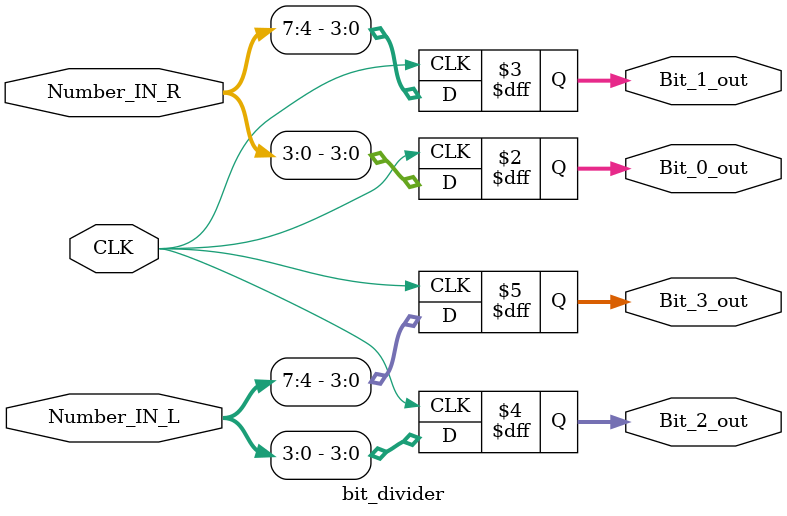
<source format=v>
`timescale 1ns / 1ps


module bit_divider(
    input CLK,
    input [7:0] Number_IN_L,
    input [7:0] Number_IN_R,
    output reg [3:0] Bit_0_out,
    output reg [3:0] Bit_1_out,
    output reg [3:0] Bit_2_out,
    output reg [3:0] Bit_3_out
    );
    
    //divid data to hex display for seven segments
    always@(posedge CLK)begin
        Bit_3_out = Number_IN_L[7:4];
        Bit_2_out = Number_IN_L[3:0];
        Bit_1_out = Number_IN_R[7:4];
        Bit_0_out = Number_IN_R[3:0];        
    end
endmodule

</source>
